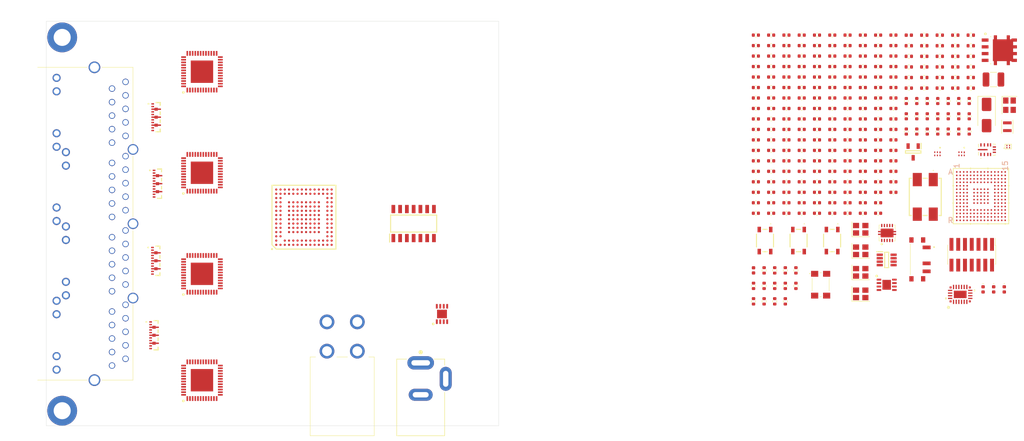
<source format=kicad_pcb>
(kicad_pcb (version 20240108) (generator "pcbnew") (generator_version "8.0")
  (layers (0 "F.Cu" signal) (31 "B.Cu" signal) (34 "B.Paste" user) (35 "F.Paste" user) (36 "B.SilkS" user "B.Silkscreen") (37 "F.SilkS" user "F.Silkscreen") (38 "B.Mask" user) (39 "F.Mask" user) (44 "Edge.Cuts" user))
  (net 0 "")
  (net 1 "/PHY_1_CLK")
  (net 2 "GND")
  (net 3 "/PHY 1/XI")
  (net 4 "/PHY 1/XO")
  (net 5 "+1V8")
  (net 6 "+1V0")
  (net 7 "/PHY_2_CLK")
  (net 8 "/PHY 2/XI")
  (net 9 "/PHY 2/XO")
  (net 10 "/PHY 3/XI")
  (net 11 "/PHY_3_CLK")
  (net 12 "/PHY 3/XO")
  (net 13 "/PHY_4_CLK")
  (net 14 "/Switch/CLK_IN_DIV")
  (net 16 "/PHY 4/XI")
  (net 17 "/PHY 4/XO")
  (net 18 "Earth")
  (net 19 "/ETHERNET_2.TD2_P")
  (net 20 "/ETHERNET_2.TD3_P")
  (net 21 "/ETHERNET_3.TD2_P")
  (net 24 "/ETHERNET_2.TD2_N")
  (net 26 "/ETHERNET_4.TD0_N")
  (net 27 "/ETHERNET_4.TD3_P")
  (net 28 "/ETHERNET_1.TD1_P")
  (net 29 "/ETHERNET_2.TD3_N")
  (net 30 "/ETHERNET_1.TD3_P")
  (net 31 "/ETHERNET_2.TD0_P")
  (net 32 "/ETHERNET_4.TD1_P")
  (net 33 "/ETHERNET_2.TD1_P")
  (net 34 "/ETHERNET_1.TD1_N")
  (net 35 "/ETHERNET_1.TD2_N")
  (net 36 "/ETHERNET_1.TD2_P")
  (net 37 "/ETHERNET_3.TD0_P")
  (net 38 "/ETHERNET_3.TD0_N")
  (net 39 "/ETHERNET_1.TD3_N")
  (net 41 "/ETHERNET_1.TD0_N")
  (net 42 "/ETHERNET_4.TD2_N")
  (net 43 "/ETHERNET_3.TD2_N")
  (net 44 "/ETHERNET_3.TD1_N")
  (net 45 "/ETHERNET_3.TD3_P")
  (net 46 "/ETHERNET_2.TD1_N")
  (net 47 "/ETHERNET_4.TD2_P")
  (net 48 "/ETHERNET_4.TD3_N")
  (net 50 "/ETHERNET_2.TD0_N")
  (net 51 "/ETHERNET_3.TD1_P")
  (net 52 "/ETHERNET_4.TD0_P")
  (net 53 "/ETHERNET_4.TD1_N")
  (net 54 "/ETHERNET_1.TD0_P")
  (net 55 "/ETHERNET_3.TD3_N")
  (net 56 "/Switch/OSC_IN")
  (net 57 "/PHY 1/RBIAS")
  (net 58 "/PHY 2/RBIAS")
  (net 60 "/PHY 3/RBIAS")
  (net 61 "/PHY 4/RBIAS")
  (net 62 "+1V2")
  (net 65 "/RGMII_1.TX_CLK")
  (net 66 "/RGMII_1.RX_CTRL")
  (net 67 "/RGMII_1.TX_CTRL")
  (net 68 "/RGMII_3.TX_CTRL")
  (net 69 "/RJ45s/LED_Y_1_A")
  (net 70 "/RGMII_2.TX_D0")
  (net 71 "/RJ45s/LED_G_1_A")
  (net 72 "/RGMII_0.TX_D1")
  (net 73 "/RGMII_2.RX_D2")
  (net 74 "/RMII.TX_D1")
  (net 75 "/RGMII_1.TX_D3")
  (net 76 "/RGMII_0.RX_D1")
  (net 77 "/RGMII_3.RX_D3")
  (net 78 "/RMII.CRS_DV")
  (net 79 "/RGMII_2.RX_D1")
  (net 80 "/RGMII_1.RX_D3")
  (net 81 "/RGMII_1.RX_D1")
  (net 82 "/PTP_CLK")
  (net 85 "/RGMII_0.TX_D2")
  (net 86 "/RGMII_0.RX_CTRL")
  (net 88 "/RGMII_0.RX_D0")
  (net 89 "/RGMII_0.TX_D0")
  (net 91 "/RGMII_0.RX_D2")
  (net 92 "/RGMII_2.TX_D3")
  (net 93 "/RGMII_2.RX_CLK")
  (net 94 "/RMII.TX_EN")
  (net 95 "/RGMII_3.TX_D1")
  (net 96 "/RGMII_1.TX_D2")
  (net 97 "/RMII.TX_D0")
  (net 98 "/RJ45s/LED_G_3_A")
  (net 99 "/RGMII_0.RX_CLK")
  (net 100 "/RMII.RX_D0")
  (net 101 "/RJ45s/LED_Y_4_A")
  (net 102 "/RMII.RX_D1")
  (net 103 "/RGMII_2.TX_D2")
  (net 104 "/RJ45s/LED_G_2_A")
  (net 105 "/RGMII_3.TX_CLK")
  (net 106 "/RGMII_1.RX_CLK")
  (net 107 "/RGMII_1.TX_D1")
  (net 108 "/RGMII_2.RX_CTRL")
  (net 109 "/RGMII_0.TX_CTRL")
  (net 110 "/RGMII_1.RX_D2")
  (net 111 "/RGMII_0.RX_D3")
  (net 112 "/RMII.REF_CLK")
  (net 129 "/RJ45s/LED_Y_2_A")
  (net 130 "/RGMII_3.RX_D0")
  (net 131 "/RJ45s/LED_Y_3_A")
  (net 132 "/RJ45s/LED_G_4_A")
  (net 133 "/SWITCH_CLK")
  (net 134 "/RGMII_3.TX_D2")
  (net 135 "/RGMII_2.TX_D1")
  (net 136 "/RGMII_3.RX_D2")
  (net 137 "/RGMII_3.RX_CTRL")
  (net 138 "/RGMII_2.TX_CTRL")
  (net 139 "/RGMII_2.RX_D0")
  (net 140 "/LED_G_1")
  (net 141 "/LED_Y_1")
  (net 142 "/RGMII_3.TX_D3")
  (net 143 "/RGMII_0.TX_CLK")
  (net 144 "/RGMII_0.TX_D3")
  (net 145 "/LED_G_2")
  (net 146 "/RGMII_3.RX_D1")
  (net 147 "/LED_Y_2")
  (net 148 "/RGMII_1.RX_D0")
  (net 149 "/LED_G_3")
  (net 150 "/RGMII_1.TX_D0")
  (net 151 "/RGMII_3.TX_D0")
  (net 152 "/LED_Y_3")
  (net 153 "/LED_G_4")
  (net 154 "/RGMII_3.RX_CLK")
  (net 155 "/LED_Y_4")
  (net 156 "/SPI3.CS")
  (net 157 "/RGMII_2.TX_CLK")
  (net 158 "/RGMII_2.RX_D3")
  (net 159 "/ETHERNET_RST")
  (net 160 "/MCU/VLXSMPS")
  (net 161 "/SMI.MDIO")
  (net 162 "/SMI.MDC")
  (net 163 "/PHY 4/CLK_OUT")
  (net 164 "/SPI3.MOSI")
  (net 165 "/SPI3.SCK")
  (net 166 "/SPI3.MISO")
  (net 167 "/MCU_RST")
  (net 168 "/MCU/VCAP")
  (net 169 "/MCU/BTN")
  (net 170 "/MCU/OSC_IN")
  (net 171 "/MCU/OSC_OUT")
  (net 172 "/MCU/VREF+")
  (net 173 "/Connectors/RES")
  (net 174 "/Connectors/VIN_PROTECTED")
  (net 175 "/Connectors/VIN_FILTERED")
  (net 176 "/MCU/LEDR_K")
  (net 177 "/MCU/LEDR")
  (net 178 "/MCU/LEDG")
  (net 179 "/MCU/LEDG_K")
  (net 180 "/MCU/LEDB")
  (net 181 "/Connectors/VIN_ALT")
  (net 182 "/MCU/LEDB_K")
  (net 183 "/CAN/CANL")
  (net 184 "/CAN/CANH")
  (net 185 "/Connectors/GND_RAW")
  (net 186 "/FTCAN.CANL")
  (net 187 "/FTCAN.CANH")
  (net 191 "/SWD.SWCLK")
  (net 194 "+2V5")
  (net 195 "/UART.RX")
  (net 196 "/SWD.SWO")
  (net 197 "/SWD.SWDIO")
  (net 198 "/UART.TX")
  (net 199 "/CAN/FTCAN.CANH")
  (net 200 "/CAN/FTCAN.CANL")
  (net 201 "/Connectors/SW")
  (net 202 "/Connectors/GATE")
  (net 203 "/MCU/VIN_ADC")
  (net 204 "+VIN")
  (net 205 "/MCU/SW_COM")
  (net 206 "/MCU/BOOT")
  (net 207 "/CAN/RTH")
  (net 208 "/CAN/RTL")
  (net 209 "/5V0_EN")
  (net 210 "/CAN.RXD")
  (net 211 "/CAN/CAN_ERR")
  (net 212 "/Connectors/EN")
  (net 244 "/Connectors/VIN_RAW")
  (net 245 "/PHY_INT")
  (net 246 "/CAN.TXD")
  (net 247 "Net-(U402-VIN-Pad10)")
  (net 248 "Net-(U403-SW2)")
  (net 249 "Net-(U403-SW1)")
  (net 250 "Net-(U403-SW4)")
  (net 251 "Net-(U403-EN2)")
  (net 252 "Net-(U403-FB4)")
  (net 253 "Net-(U403-FB3)")
  (net 254 "Net-(U403-FB2)")
  (net 255 "Net-(U403-SW3)")
  (net 258 "+5V")
  (net 262 "/MCU/I2C4_SCL")
  (net 263 "/MCU/I2C4_SDA")
  (footprint "Capacitor_SMD:C_0402_1005Metric" (layer "F.Cu") (at 233.49 75.7 -90)
    (property "Reference" "C317" (hide yes))
    (property "Value" "100n")
  )
  (footprint "Capacitor_SMD:C_0402_1005Metric" (layer "F.Cu") (at 214.75 77.27)
    (property "Reference" "C608" (hide yes))
    (property "Value" "100n")
  )
  (footprint "Capacitor_SMD:C_0402_1005Metric" (layer "F.Cu") (at 226.23 85.15)
    (property "Reference" "C818" (hide yes))
    (property "Value" "10n")
  )
  (footprint "Capacitor_SMD:C_0402_1005Metric" (layer "F.Cu") (at 223.36 81.21)
    (property "Reference" "C731" (hide yes))
    (property "Value" "10u")
  )
  (footprint "Capacitor_SMD:C_0402_1005Metric" (layer "F.Cu") (at 203.27 75.3)
    (property "Reference" "C211" (hide yes))
    (property "Value" "100n")
  )
  (footprint "switch_footprints:SON65P300X300X100-9N-D" (layer "F.Cu") (at 227.835 104.515)
    (property "Reference" "U1105" (hide yes))
    (property "Value" "TVS2701DRBR" (hide yes))
  )
  (footprint "Capacitor_SMD:C_0402_1005Metric" (layer "F.Cu") (at 223.36 83.18)
    (property "Reference" "C732" (hide yes))
    (property "Value" "100n")
  )
  (footprint "Capacitor_SMD:C_0402_1005Metric" (layer "F.Cu") (at 206.14 83.18)
    (property "Reference" "C237" (hide yes))
    (property "Value" "100n")
  )
  (footprint "Resistor_SMD:R_0402_1005Metric" (layer "F.Cu") (at 240.72 59.57)
    (property "Reference" "R804" (hide yes))
    (property "Value" "2k2")
  )
  (footprint "Capacitor_SMD:C_0402_1005Metric" (layer "F.Cu") (at 211.88 59.54)
    (property "Reference" "C514" (hide yes))
    (property "Value" "10n")
  )
  (footprint "Capacitor_SMD:C_0402_1005Metric" (layer "F.Cu") (at 229.1 75.3)
    (property "Reference" "C831" (hide yes))
    (property "Value" "10u")
  )
  (footprint "Capacitor_SMD:C_0402_1005Metric" (layer "F.Cu") (at 209.01 69.39)
    (property "Reference" "C501" (hide yes))
    (property "Value" "100n")
  )
  (footprint "Capacitor_SMD:C_0402_1005Metric" (layer "F.Cu") (at 206.14 73.33)
    (property "Reference" "C232" (hide yes))
    (property "Value" "100n")
  )
  (footprint "Resistor_SMD:R_0402_1005Metric" (layer "F.Cu") (at 237.81 57.58)
    (property "Reference" "R701" (hide yes))
    (property "Value" "11k")
  )
  (footprint "Capacitor_SMD:C_0402_1005Metric" (layer "F.Cu") (at 206.14 91.06)
    (property "Reference" "C241" (hide yes))
    (property "Value" "100n")
  )
  (footprint "Capacitor_SMD:C_0402_1005Metric" (layer "F.Cu") (at 217.62 69.39)
    (property "Reference" "C622" (hide yes))
    (property "Value" "1u")
  )
  (footprint "switch_footprints:TS204225WT160SMTTRMSL" (layer "F.Cu") (at 204.985 96.195 -90)
    (property "Reference" "S301" (hide yes))
    (property "Value" "TS20-42-25-WT-160-SMT-TR" (hide yes))
  )
  (footprint "Resistor_SMD:R_0402_1005Metric" (layer "F.Cu") (at 231.99 63.55)
    (property "Reference" "R301" (hide yes))
    (property "Value" "1k5")
  )
  (footprint "Capacitor_SMD:C_0402_1005Metric" (layer "F.Cu") (at 220.49 69.39)
    (property "Reference" "C707" (hide yes))
    (property "Value" "100n")
  )
  (footprint "Capacitor_SMD:C_0402_1005Metric" (layer "F.Cu") (at 220.49 61.51)
    (property "Reference" "C703" (hide yes))
    (property "Value" "27p")
  )
  (footprint "Capacitor_SMD:C_0402_1005Metric" (layer "F.Cu") (at 220.49 73.33)
    (property "Reference" "C709" (hide yes))
    (property "Value" "1u")
  )
  (footprint "switch_footprints:QFN50P700X700X100-49N-D" (layer "F.Cu") (at 99.25 64.45 90)
    (property "Reference" "U801" (hide yes))
    (property "Value" "DP83867ISRGZR" (hide yes))
  )
  (footprint "Capacitor_SMD:C_0402_1005Metric" (layer "F.Cu") (at 226.23 73.33)
    (property "Reference" "C812" (hide yes))
    (property "Value" "1u")
  )
  (footprint "Capacitor_SMD:C_0402_1005Metric" (layer "F.Cu") (at 206.14 59.54)
    (property "Reference" "C221" (hide yes))
    (property "Value" "1u")
  )
  (footprint "Capacitor_SMD:C_0402_1005Metric" (layer "F.Cu") (at 206.14 79.24)
    (property "Reference" "C235" (hide yes))
    (property "Value" "100n")
  )
  (footprint "Capacitor_SMD:C_0402_1005Metric" (layer "F.Cu") (at 220.49 75.3)
    (property "Reference" "C710" (hide yes))
    (property "Value" "1u")
  )
  (footprint "switch_footprints:TMJG46945AENL" (layer "F.Cu") (at 82.489 93.033 -90)
    (property "Reference" "J901" (hide yes))
    (property "Value" "TMJG46945AENL" (hide yes))
  )
  (footprint "Capacitor_SMD:C_0402_1005Metric" (layer "F.Cu") (at 203.27 79.24)
    (property "Reference" "C213" (hide yes))
    (property "Value" "100n")
  )
  (footprint "Capacitor_SMD:C_0402_1005Metric" (layer "F.Cu") (at 231.52 72.83 -90)
    (property "Reference" "C308" (hide yes))
    (property "Value" "10n")
  )
  (footprint "Capacitor_SMD:C_0402_1005Metric" (layer "F.Cu") (at 203.27 89.09)
    (property "Reference" "C218" (hide yes))
    (property "Value" "1u")
  )
  (footprint "Resistor_SMD:R_0402_1005Metric" (layer "F.Cu") (at 234.9 65.54)
    (property "Reference" "R603" (hide yes))
    (property "Value" "2k2")
  )
  (footprint "Capacitor_SMD:C_0402_1005Metric" (layer "F.Cu") (at 214.75 83.18)
    (property "Reference" "C611" (hide yes))
    (property "Value" "1u")
  )
  (footprint "Capacitor_SMD:C_0402_1005Metric" (layer "F.Cu") (at 231.52 69.96 -90)
    (property "Reference" "C301" (hide yes))
    (property "Value" "220p")
  )
  (footprint "Capacitor_SMD:C_0402_1005Metric" (layer "F.Cu") (at 229.1 67.42)
    (property "Reference" "C827" (hide yes))
    (property "Value" "100n")
  )
  (footprint "Resistor_SMD:R_0402_1005Metric" (layer "F.Cu") (at 237.81 65.54)
    (property "Reference" "R801" (hide yes))
    (property "Value" "11k")
  )
  (footprint "Capacitor_SMD:C_0402_1005Metric" (layer "F.Cu") (at 217.62 65.45)
    (property "Reference" "C620" (hide yes))
    (property "Value" "100n")
  )
  (footprint "Resistor_SMD:R_0402_1005Metric" (layer "F.Cu") (at 234.9 61.56)
    (property "Reference" "R601" (hide yes))
    (property "Value" "11k")
  )
  (footprint "Capacitor_SMD:C_0402_1005Metric" (layer "F.Cu") (at 211.88 61.51)
    (property "Reference" "C515" (hide yes))
    (property "Value" "10u")
  )
  (footprint "switch_footprints:TPD4S012DRYR" (layer "F.Cu") (at 241.91 79.885 -90)
    (property "Reference" "U1104" (hide yes))
    (property "Value" "TPD4S012DRYR" (hide yes))
  )
  (footprint "Capacitor_SMD:C_0402_1005Metric" (layer "F.Cu") (at 217.62 63.48)
    (property "Reference" "C619" (hide yes))
    (property "Value" "100n")
  )
  (footprint "Capacitor_SMD:C_0402_1005Metric" (layer "F.Cu") (at 206.14 77.27)
    (property "Reference" "C234" (hide yes))
    (property "Value" "100n")
  )
  (footprint "Capacitor_SMD:C_0402_1005Metric" (layer "F.Cu") (at 220.49 83.18)
    (property "Reference" "C714" (hide yes))
    (property "Value" "10n")
  )
  (footprint "switch_footprints:PCM12SMTR" (layer "F.Cu") (at 233.585 99.735 -90)
    (property "Reference" "S305" (hide yes))
    (property "Value" "PCM12SMTR" (hide yes))
  )
  (footprint "Capacitor_SMD:C_0402_1005Metric" (layer "F.Cu") (at 241.37 72.83 -90)
    (property "Reference" "C313" (hide yes))
    (property "Value" "4u7")
  )
  (footprint "Capacitor_SMD:C_0402_1005Metric" (layer "F.Cu") (at 209.01 73.33)
    (property "Reference" "C503" (hide yes))
    (property "Value" "27p")
  )
  (footprint "Resistor_SMD:R_0402_1005Metric" (layer "F.Cu") (at 243.63 61.56)
    (property "Reference" "R907" (hide yes))
    (property "Value" "470R")
  )
  (footprint "LED_SMD:LED_0402_1005Metric" (layer "F.Cu") (at 247.93 105.375 -90)
    (property "Reference" "D302" (hide yes))
    (property "Value" "Green")
  )
  (footprint "Resistor_SMD:R_0402_1005Metric" (layer "F.Cu") (at 240.72 67.53)
    (property "Reference" "R904" (hide yes))
    (property "Value" "470R")
  )
  (footprint "Capacitor_SMD:C_0402_1005Metric" (layer "F.Cu") (at 209.01 57.57)
    (property "Reference" "C316" (hide yes))
    (property "Value" "100n")
  )
  (footprint "Capacitor_SMD:C_0402_1005Metric" (layer "F.Cu") (at 211.88 65.45)
    (property "Reference" "C517" (hide yes))
    (property "Value" "10u")
  )
  (footprint "Capacitor_SMD:C_0402_1005Metric" (layer "F.Cu") (at 223.36 63.48)
    (property "Reference" "C722" (hide yes))
    (property "Value" "1u")
  )
  (footprint "Resistor_SMD:R_0402_1005Metric" (layer "F.Cu") (at 243.63 63.55)
    (property "Reference" "R908" (hide yes))
    (property "Value" "470R")
  )
  (footprint "Capacitor_SMD:C_0402_1005Metric" (layer "F.Cu") (at 203.27 81.21)
    (property "Reference" "C214" (hide yes))
    (property "Value" "1u")
  )
  (footprint "Capacitor_SMD:C_0402_1005Metric" (layer "F.Cu") (at 217.62 71.36)
    (property "Reference" "C623" (hide yes))
    (property "Value" "10u")
  )
  (footprint "Resistor_SMD:R_0402_1005Metric" (layer "F.Cu") (at 210.79 104.71 -90)
    (property "Reference" "R1001" (hide yes))
    (property "Value" "100k")
  )
  (footprint "Capacitor_SMD:C_0402_1005Metric" (layer "F.Cu") (at 206.14 87.12)
    (property "Reference" "C239" (hide yes))
    (property "Value" "1u")
  )
  (footprint "Resistor_SMD:R_0402_1005Metric" (layer "F.Cu") (at 234.9 59.57)
    (property "Reference" "R504" (hide yes))
    (property "Value" "2k2")
  )
  (footprint "Capacitor_SMD:C_0402_1005Metric" (layer "F.Cu") (at 209.01 61.51)
    (property "Reference" "C320" (hide yes))
    (property "Value" "100n")
  )
  (footprint "LED_SMD:LED_0402_1005Metric" (layer "F.Cu") (at 245.94 105.375 -90)
    (property "Reference" "D301" (hide yes))
    (property "Value" "Red")
  )
  (footprint "switch_footprints:DIONM105X51N" (layer "F.Cu") (at 231.99 57.58)
    (property "Reference" "D1103" (hide yes))
    (property "Value" "AXGD10402KR" (hide yes))
  )
  (footprint "Capacitor_SMD:C_0402_1005Metric" (layer "F.Cu") (at 203.27 69.39)
    (property "Reference" "C208" (hide yes))
    (property "Value" "100n")
  )
  (footprint "Resistor_SMD:R_0402_1005Metric" (layer "F.Cu") (at 231.99 59.57)
    (property "Reference" "R201" (hide yes))
    (property "Value" "1k")
  )
  (footprint "switch_footprints:BGA4C50P2X2_70X98X33" (layer "F.Cu") (at 250.66 78.523 90)
    (property "Reference" "U301" (hide yes))
    (property "Value" "M24256X-FCU6T_VF" (hide yes))
  )
  (footprint "Capacitor_SMD:C_0402_1005Metric" (layer "F.Cu") (at 223.36 91.06)
    (property "Reference" "C803" (hide yes))
    (property "Value" "27p")
  )
  (footprint "switch_footprints:TPS74901DRCR" (layer "F.Cu") (at 227.91 94.77 90)
    (property "Reference" "U401" (hide yes))
    (property "Value" "TPS16416DRCR" (hide yes))
  )
  (footprint "Capacitor_SMD:C_0402_1005Metric" (layer "F.Cu") (at 209.01 85.15)
    (property "Reference" "C509" (hide yes))
    (property "Value" "1u")
  )
  (footprint "Capacitor_SMD:C_0402_1005Metric" (layer "F.Cu") (at 220.49 87.12)
    (property "Reference" "C716" (hide yes))
    (property "Value" "10n")
  )
  (footprint "Capacitor_SMD:C_0402_1005Metric" (layer "F.Cu") (at 206.14 69.39)
    (property "Reference" "C230" (hide yes))
    (property "Value" "10u")
  )
  (footprint "Capacitor_SMD:C_0402_1005Metric" (layer "F.Cu") (at 226.23 63.48)
    (property "Reference" "C807" (hide yes))
    (property "Value" "100n")
  )
  (footprint "switch_footprints:QFN50P700X700X100-49N-D" (layer "F.Cu") (at 99.25 83.45 90)
    (property "Reference" "U601" (hide yes))
    (property "Value" "DP83867ISRGZR" (hide yes))
  )
  (footprint "Capacitor_SMD:C_0402_1005Metric" (layer "F.Cu") (at 235.46 72.83 -90)
    (property "Reference" "C310" (hide yes))
    (property "Value" "100n")
  )
  (footprint "Capacitor_SMD:C_0402_1005Metric" (layer "F.Cu") (at 203.27 61.51)
    (property "Reference" "C204" (hide yes))
    (property "Value" "100n")
  )
  (footprint "Capacitor_SMD:C_0402_1005Metric" (layer "F.Cu") (at 206.14 85.15)
    (property "Reference" "C238" (hide yes))
    (property "Value" "1u")
  )
  (footprint "Capacitor_SMD:C_0402_1005Metric" (layer "F.Cu") (at 214.75 79.24)
    (property "Reference" "C609" (hide yes))
    (property "Value" "1u")
  )
  (footprint "Resistor_SMD:R_0402_1005Metric" (layer "F.Cu") (at 237.81 61.56)
    (property "Reference" "R703" (hide yes))
    (property "Value" "2k2")
  )
  (footprint "Resistor_SMD:R_0402_1005Metric" (layer "F.Cu") (at 240.72 65.54)
    (property "Reference" "R903" (hide yes))
    (property "Value" "470R")
  )
  (footprint "Capacitor_SMD:C_0402_1005Metric" (layer "F.Cu") (at 223.36 79.24)
    (property "Reference" "C730" (hide yes))
    (property "Value" "1u")
  )
  (footprint "Capacitor_SMD:C_0402_1005Metric" (layer "F.Cu") (at 241.37 75.7 -90)
    (property "Reference" "C326" (hide yes))
    (property "Value" "100n")
  )
  (footprint "Resistor_SMD:R_0402_1005Metric" (layer "F.Cu") (at 202.83 107.62 -90)
    (property "Reference" "R1002" (hide yes))
    (property "Value" "100k")
  )
  (footprint "Capacitor_SMD:C_0402_1005Metric" (layer "F.Cu") (at 217.62 59.54)
    (property "Reference" "C617" (hide yes))
    (property "Value" "10u")
  )
  (footprint "Capacitor_SMD:C_0402_1005Metric" (layer "F.Cu") (at 220.49 57.57)
    (property "Reference" "C701" (hide yes))
    (property "Value" "100n")
  )
  (footprint "Capacitor_SMD:C_0402_1005Metric" (layer "F.Cu") (at 223.36 85.15)
    (property "Reference" "C733" (hide yes))
    (property "Value" "1u")
  )
  (footprint "switch_footprints:SON65P300X300X100-9N-D" (layer "F.Cu") (at 144.325 110 90)
    (property "Reference" "U1101" (hide yes))
    (property "Value" "TVS2701DRBR" (hide yes))
  )
  (footprint "Capacitor_SMD:C_0402_1005Metric" (layer "F.Cu") (at 209.01 91.06)
    (property "Reference" "C512" (hide yes))
    (property "Value" "1u")
  )
  (footprint "Capacitor_SMD:C_0402_1005Metric" (layer "F.Cu") (at 214.75 69.39)
    (property "Reference" "C604" (hide yes))
    (property "Value" "27p")
  )
  (footprint "switch_footprints:Diodes_Incorporated-PowerDI5060-8-03_2017-0-MFG" (layer "F.Cu") (at 248.99 60.41 -90)
    (property "Reference" "Q1101" (hide yes))
    (property "Value" "DMTH6016LPSQ-13")
  )
  (footprint "switch_footprints:DIONM105X51N" (layer "F.Cu") (at 202.83 101.8 90)
    (property "Reference" "D1101" (hide yes))
    (property "Value" "AXGD10402KR" (hide yes))
  )
  (footprint "Inductor_SMD:L_Murata_DFE201610P" (layer "F.Cu") (at 250.495 74.795 -90)
    (property "Reference" "L301" (hide yes))
    (property "Value" "2u2")
  )
  (footprint "Capacitor_SMD:C_0402_1005Metric" (layer "F.Cu") (at 229.1 57.57)
    (property "Reference" "C822" (hide yes))
    (property "Value" "1u")
  )
  (footprint "Capacitor_SMD:C_0402_1005Metric" (layer "F.Cu") (at 220.49 79.24)
    (property "Reference" "C712" (hide yes))
    (property "Value" "1u")
  )
  (footprint "MountingHole:MountingHole_3.2mm_M3_DIN965" (layer "F.Cu") (at 152 128.1875)
    (property "Reference" "H104" (hide yes))
    (property "Value" "MountingHole")
  )
  (footprint "Capacitor_SMD:C_0402_1005Metric" (layer "F.Cu") (at 220.49 89.09)
    (property "Reference" "C717" (hide yes))
    (property "Value" "10u")
  )
  (footprint "Capacitor_SMD:C_0402_1005Metric" (layer "F.Cu") (at 209.01 71.36)
    (property "Reference" "C502" (hide yes))
    (property "Value" "100n")
  )
  (footprint "Resistor_SMD:R_0402_1005Metric" (layer "F.Cu") (at 243.63 67.53)
    (property "Reference" "R1101" (hide yes))
    (property "Value" "100k")
  )
  (footprint "Capacitor_SMD:C_0402_1005Metric" (layer "F.Cu") (at 220.49 59.54)
    (property "Reference" "C702" (hide yes))
    (property "Value" "100n")
  )
  (footprint "Resistor_SMD:R_0402_1005Metric" (layer "F.Cu") (at 206.81 107.62 -90)
    (property "Reference" "R1004" (hide yes))
    (property "Value" "10k")
  )
  (footprint "Capacitor_SMD:C_0402_1005Metric" (layer "F.Cu") (at 217.62 81.21)
    (property "Reference" "C628" (hide yes))
    (property "Value" "1u")
  )
  (footprint "Resistor_SMD:R_0402_1005Metric" (layer "F.Cu") (at 240.72 57.58)
    (property "Reference" "R803" (hide yes))
    (property "Value" "2k2")
  )
  (footprint "Capacitor_SMD:C_0402_1005Metric" (layer "F.Cu") (at 226.23 83.18)
    (property "Reference" "C817" (hide yes))
    (property "Value" "10u")
  )
  (footprint "Capacitor_SMD:C_0402_1005Metric" (layer "F.Cu") (at 211.88 69.39)
    (property "Reference" "C519" (hide yes))
    (property "Value" "100n")
  )
  (footprint "Capacitor_SMD:C_0402_1005Metric" (layer "F.Cu") (at 209.01 81.21)
    (property "Reference" "C507" (hide yes))
    (property "Value" "100n")
  )
  (footprint "switch_footprints:CUI_PJ-002AH" (layer "F.Cu") (at 140.325 119.1875 -90)
    (property "Reference" "J1102" (hide yes))
    (property "Value" "PJ-002AH")
  )
  (footprint "Capacitor_SMD:C_0402_1005Metric" (layer "F.Cu") (at 220.49 77.27)
    (property "Reference" "C711" (hide yes))
    (property "Value" "1u")
  )
  (footprint "Resistor_SMD:R_0402_1005Metric" (layer "F.Cu") (at 231.99 67.53)
    (property "Reference" "R502" (hide yes))
    (property "Value" "27k")
  )
  (footprint "Capacitor_SMD:C_0402_1005Metric" (layer "F.Cu") (at 237.43 75.7 -90)
    (property "Reference" "C321" (hide yes))
    (property "Value" "1u")
  )
  (footprint "Capacitor_SMD:C_0402_1005Metric" (layer "F.Cu") (at 220.49 67.42)
    (property "Reference" "C706" (hide yes))
    (property "Value" "100n")
  )
  (footprint "Capacitor_SMD:C_0402_1005Metric" (layer "F.Cu") (at 203.27 59.54)
    (property "Reference" "C202" (hide yes))
    (property "Value" "100n")
  )
  (footprint "Resistor_SMD:R_0402_1005Metric" (layer "F.Cu") (at 234.9 67.53)
    (property "Reference" "R604" (hide yes))
    (property "Value" "2k2")
  )
  (footprint "switch_footprints:TS204225WT160SMTTRMSL" (layer "F.Cu") (at 217.585 96.195 -90)
    (property "Reference" "S303" (hide yes))
    (property "Value" "TS20-42-25-WT-160-SMT-TR" (hide yes))
  )
  (footprint "switch_footprints:ESD8708MUTAG" (layer "F.Cu") (at 90.905 85.5 -90)
    (property "Reference" "D902" (hide yes))
    (property "Value" "ESD8708MUTAG" (hide yes))
  )
  (footprint "Capacitor_SMD:C_0402_1005Metric" (layer "F.Cu") (at 203.27 63.48)
    (property "Reference" "C205" (hide yes))
    (property "Value" "100n")
  )
  (footprint "Capacitor_SMD:C_0402_1005Metric" (layer "F.Cu") (at 203.27 85.15)
    (property "Reference" "C216" (hide yes))
    (property "Value" "100n")
  )
  (footprint "Capacitor_SMD:C_0402_1005Metric" (layer "F.Cu") (at 223.36 67.42)
    (property "Reference" "C724" (hide yes))
    (property "Value" "10n")
  )
  (footprint "Capacitor_SMD:C_0402_1005Metric" (layer "F.Cu") (at 209.01 59.54)
    (property "Reference" "C319" (hide yes))
    (property "Value" "100n")
  )
  (footprint "switch_footprints:SRF7035A301Y" (layer "F.Cu") (at 235.085 87.985 -90)
    (property "Reference" "FL1101" (hide yes))
    (property "Value" "SRF7035A-301Y" (hide yes))
  )
  (footprint "Capacitor_SMD:C_0402_1005Metric" (layer "F.Cu") (at 229.1 87.12)
    (property "Reference" "C1103" (hide yes))
    (property "Value" "10n")
  )
  (footprint "Capacitor_SMD:C_0402_1005Metric" (layer "F.Cu") (at 203.27 87.12)
    (property "Reference" "C217" (hide yes))
    (property "Value" "1u")
  )
  (footprint "Capacitor_SMD:C_0402_1005Metric" (layer "F.Cu") (at 214.75 59.54)
    (property "Reference" "C532" (hide yes))
    (property "Value" "100n")
  )
  (footprint "LED_SMD:LED_0402_1005Metric" (layer "F.Cu") (at 249.92 105.375 -90)
    (property "Reference" "D303" (hide yes))
    (property "Value" "Blue")
  )
  (footprint "Crystal:Crystal_SMD_2520-4Pin_2.5x2.0mm" (layer "F.Cu") (at 222.96 94.07)
    (property "Reference" "Y501" (hide yes))
    (property "Value" "ECS-250-18-36B2-CTY-TR")
  )
  (footprint "Capacitor_SMD:C_0402_1005Metric" (layer "F.Cu") (at 203.27 67.42)
    (property "Reference" "C207" (hide yes))
    (property "Value" "100n")
  )
  (footprint "Capacitor_SMD:C_0402_1005Metric" (layer "F.Cu") (at 233.49 69.96 -90)
    (property "Reference" "C302" (hide yes))
    (property "Value" "100n")
  )
  (footprint "Capacitor_SMD:C_0402_1005Metric" (layer "F.Cu") (at 211.88 85.15)
    (property "Reference" "C527" (hide yes))
    (property "Value" "100n")
  )
  (footprint "Resistor_SMD:R_0402_1005Metric" (layer "F.Cu") (at 237.81 63.55)
    (property "Reference" "R704" (hide yes))
    (property "Value" "2k2")
  )
  (footprint "Resistor_SMD:R_0402_1005Metric" (layer "F.Cu") (at 204.82 101.8 -90)
    (property "Reference" "R302" (hide yes))
    (property "Value" "10k")
  )
  (footprint "switch_footprints:STDC14" (layer "F.Cu") (at 243.81 98.86 -90)
    (property "Reference" "J1104" (hide yes))
    (property "Value" "STDC")
  )
  (footprint "Capacitor_SMD:C_0402_1005Metric" (layer "F.Cu") (at 209.01 77.27)
    (property "Reference" "C505" (hide yes))
    (property "Value" "27p")
  )
  (footprint "Capacitor_SMD:C_0402_1005Metric" (layer "F.Cu") (at 214.75 61.51)
    (property "Reference" "C533" (hide yes))
    (property "Value" "1u")
  )
  (footprint "Capacitor_SMD:C_0402_1005Metric" (layer "F.Cu") (at 217.62 61.51)
    (property "Reference" "C618" (hide yes))
    (property "Value" "10n")
  )
  (footprint "Capacitor_SMD:C_0402_1005Metric" (layer "F.Cu") (at 217.62 83.18)
    (property "Reference" "C629" (hide yes))
    (property "Value" "1u")
  )
  (footprint "switch_footprints:LT8692SIV_PBF" (layer "F.Cu") (at 241.6417 106.3186 90)
    (property "Reference" "U403" (hide yes))
    (property "Value" "LT8692SIV-PBF")
  )
  (footprint "Capacitor_SMD:C_0402_1005Metric" (layer "F.Cu") (at 214.75 57.57)
    (property "Reference" "C531" (hide yes))
    (property "Value" "10u")
  )
  (footprint "Resistor_SMD:R_0402_1005Metric" (layer "F.Cu") (at 243.63 65.54)
    (property "Reference" "R909" (hide yes))
    (property "Value" "470R")
  )
  (footprint "Resistor_SMD:R_0402_1005Metric" (layer "F.Cu") (at 237.81 67.53)
    (property "Reference" "R802" (hide yes))
    (property "Value" "27k")
  )
  (footprint "Capacitor_SMD:C_0402_1005Metric" (layer "F.Cu") (at 235.46 75.7 -90)
    (property "Reference" "C318" (hide yes))
    (property "Value" "100n")
  )
  (footprint "Capacitor_SMD:C_0402_1005Metric" (layer "F.Cu") (at 214.75 75.3)
    (property "Reference" "C607" (hide yes))
    (property "Value" "100n")
  )
  (footprint "Capacitor_SMD:C_0402_1005Metric" (layer "F.Cu") (at 223.36 73.33)
    (property "Reference" "C727" (hide yes))
    (property "Value" "100n")
  )
  (footprint "Capacitor_SMD:C_0402_1005Metric" (layer "F.Cu") (at 235.46 69.96 -90)
    (property "Reference" "C303" (hide yes))
    (property "Value" "1u")
  )
  (footprint "Capacitor_SMD:C_0402_1005Metric" (layer "F.Cu") (at 203.27 77.27)
    (property "Reference" "C212" (hide yes))
    (property "Value" "100n")
  )
  (footprint "Capacitor_SMD:C_0402_1005Metric" (layer "F.Cu") (at 223.36 59.54)
    (property "Reference" "C720" (hide yes))
    (property "Value" "100n")
  )
  (footprint "Capacitor_SMD:C_0402_1005Metric" (layer "F.Cu") (at 211.88 67.42)
    (property "Reference" "C518" (hide yes))
    (property "Value" "10n")
  )
  (footprint "Capacitor_SMD:C_0402_1005Metric" (layer "F.Cu") (at 214.75 81.21)
    (property "Reference" "C610" (hide yes))
    (property "Value" "1u")
  )
  (footprint "Capacitor_SMD:C_0402_1005Metric" (layer "F.Cu") (at 223.36 71.36)
    (property "Reference" "C726" (hide yes))
    (property "Value" "100n")
  )
  (footprint "switch_footprints:TPD4S012DRYR" (layer "F.Cu") (at 237.36 79.885 -90)
    (property "Reference" "U1103" (hide yes))
    (property "Value" "TPD4S012DRYR" (hide yes))
  )
  (footprint "Capacitor_SMD:C_0402_1005Metric" (layer "F.Cu") (at 206.14 89.09)
    (property "Reference" "C240" (hide yes))
    (property "Value" "100n")
  )
  (footprint "Capacitor_SMD:C_0402_1005Metric" (layer "F.Cu") (at 217.62 89.09)
    (property "Reference" "C632" (hide yes))
    (property "Value" "100n")
  )
  (footprint "Capacitor_SMD:C_0402_1005Metric" (layer "F.Cu") (at 214.75 73.33)
    (property "Reference" "C606" (hide yes))
    (property "Value" "100n")
  )
  (footprint "Capacitor_SMD:C_0402_1005Metric" (layer "F.Cu") (at 223.36 65.45)
    (property "Reference" "C723" (hide yes))
    (property "Value" "10u")
  )
  (footprint "Resistor_SMD:R_0402_1005Metric" (layer "F.Cu") (at 206.81 104.71 -90)
    (property "Reference" "R308" (hide yes))
    (property "Value" "2k7")
  )
  (footprint "Capacitor_SMD:C_0402_1005Metric" (layer "F.Cu") (at 214.75 87.12)
    (property "Reference" "C613" (hide yes))
    (property "Value" "1u")
  )
  (footprint "Capacitor_SMD:C_0402_1005Metric" (layer "F.Cu") (at 214.75 63.48)
    (property "Reference" "C601" (hide yes))
    (property "Value" "100n")
  )
  (footprint "Capacitor_SMD:C_0402_1005Metric" (layer "F.Cu") (at 214.75 89.09)
    (property "Reference" "C614" (hide yes))
    (property "Value" "10n")
  )
  (footprint "Capacitor_SMD:C_0402_1005Metric" (layer "F.Cu") (at 217.62 85.15)
    (property "Reference" "C630" (hide yes))
    (property "Value" "1u")
  )
  (footprint "Capacitor_SMD:C_0402_1005Metric" (layer "F.Cu") (at 229.1 83.18)
    (property "Reference" "C1101" (hide yes))
    (property "Value" "1u")
  )
  (footprint "switch_footprints:BGA159C80P14X14_1200X1200X150" (layer "F.Cu") (at 118.4 91.8 90)
    (property "Reference" "U201" (hide yes))
    (property "Value" "SJA1105QELY" (hide yes))
  )
  (footprint "Capacitor_SMD:C_0402_1005Metric" (layer "F.Cu") (at 226.23 61.51)
    (property "Reference" "C806" (hide yes))
    (property "Value" "100n")
  )
  (footprint "Capacitor_SMD:C_0402_1005Metric" (layer "F.Cu") (at 211.88 91.06)
    (property "Reference" "C530" (hide yes))
    (property "Value" "1u")
  )
  (footprint "Resistor_SMD:R_0402_1005Metric" (layer "F.Cu") (at 206.81 101.8 -90)
    (property "Reference" "R303" (hide yes))
    (property "Value" "10k")
  )
  (footprint "Crystal:Crystal_SMD_2520-4Pin_2.5x2.0mm" (layer "F.Cu") (at 222.96 102.17)
    (property "Reference" "Y701" (hide yes))
    (property "Value" "ECS-250-18-36B2-CTY-TR")
  )
  (footprint "Resistor_SMD:R_0402_1005Metric" (layer "F.Cu") (at 243.63 57.58)
    (property "Reference" "R905" (hide yes))
    (property "Value" "470R")
  )
  (footprint "Capacitor_SMD:C_0402_1005Metric" (layer "F.Cu") (at 229.1 59.54)
    (property "Reference" "C823" (hide yes))
    (property "Value" "10u")
  )
  (footprint "Capacitor_SMD:C_0402_1005Metric" (layer "F.Cu") (at 237.43 72.83 -90)
    (property "Reference" "C311" (hide yes))
    (property "Value" "10n")
  )
  (footprint "Capacitor_SMD:C_0402_1005Metric" (layer "F.Cu") (at 211.88 63.48)
    (property "Reference" "C516" (hide yes))
    (property "Value" "10n")
  )
  (footprint "Capacitor_SMD:C_0402_1005Metric" (layer "F.Cu") (at 233.49 72.83 -90)
    (property "Reference" "C309" (hide yes))
    (property "Value" "4u7")
  )
  (footprint "Capacitor_SMD:C_0402_1005Metric" (layer "F.Cu") (at 220.49 85.15)
    (property "Reference" "C715" (hide yes))
    (property "Value" "10u")
  )
  (footprint "Capacitor_SMD:C_0402_1005Metric" (layer "F.Cu") (at 206.14 75.3)
    (property "Reference" "C233" (hide yes))
    (property "Value" "100n")
  )
  (footprint "switch_footprints:TS204225WT160SMTTRMSL" (layer "F.Cu") (at 211.285 96.195 -90)
    (property "Reference" "S302" (hide yes))
    (property "Value" "TS20-42-25-WT-160-SMT-TR" (hide yes))
  )
  (footprint "Resistor_SMD:R_0402_1005Metric" (layer "F.Cu") (at 234.9 57.58)
    (property "Reference" "R503" (hide yes))
    (property "Value" "2k2")
  )
  (footprint "Capacitor_SMD:C_0402_1005Metric" (layer "F.Cu") (at 209.01 79.24)
    (property "Reference" "C506" (hide yes))
    (property "Value" "100n")
  )
  (footprint "switch_footprints:QFN50P700X700X100-49N-D" (layer "F.Cu") (at 99.25 102.45 90)
    (property "Reference" "U701" (hide yes))
    (property "Value" "DP83867ISRGZR" (hide yes))
  )
  (footprint "Capacitor_SMD:C_0402_1005Metric" (layer "F.Cu") (at 229.1 71.36)
    (property "Reference" "C829" (hide yes))
    (property "Value" "1u")
  )
  (footprint "MountingHole:MountingHole_3.2mm_M3_DIN965" (layer "F.Cu") (at 152 58)
    (property "Reference" "H103" (hide yes))
    (property "Value" "MountingHole")
  )
  (footprint "Capacitor_SMD:C_0402_1005Metric" (layer "F.Cu") (at 206.14 81.21)
    (property "Reference" "C236" (hide yes))
    (property "Value" "100n")
  )
  (footprint "Resistor_SMD:R_0402_1005Metric" (layer "F.Cu") (at 202.83 104.71 -90)
    (property "Reference" "R306" (hide yes))
    (property "Value" "2k7")
  )
  (footprint "Capacitor_SMD:C_0402_1005Metric" (layer "F.Cu") (at 229.1 73.33)
    (property "Reference" "C830" (hide yes))
    (property "Value" "1u")
  )
  (footprint "Capacitor_SMD:C_0402_1005Metric" (layer "F.Cu") (at 226.23 87.12)
    (property "Reference" "C819" (hide yes))
    (property "Value" "100n")
  )
  (footprint "Capacitor_SMD:C_0402_1005Metric" (layer "F.Cu") (at 223.36 75.3)
    (property "Reference" "C728" (hide yes))
    (property "Value" "1u")
  )
  (footprint "switch_footprints:SOT95P230X110-3N" (layer "F.Cu") (at 232.81 79.535 -90)
    (property "Reference" "D1001" (hide yes))
    (property "Value" "PESD2CANFD24V-TR" (hide yes))
  )
  (footprint "Capacitor_SMD:C_0402_1005Metric" (layer "F.Cu") (at 211.88 77.27)
    (property "Reference" "C523" (hide yes))
    (property "Value" "10u")
  )
  (footprint "Capacitor_SMD:C_0402_1005Metric" (layer "F.Cu") (at 211.88 71.36)
    (property "Reference" "C520" (hide yes))
    (property "Value" "100n")
  )
  (footprint "Capacitor_SMD:C_0402_1005Metric" (layer "F.Cu") (at 211.88 75.3)
    (property "Reference" "C522" (hide yes))
    (property "Value" "1u")
  )
  (footprint "Capacitor_SMD:C_0402_1005Metric" (layer "F.Cu") (at 211.88 79.24)
    (property "Reference" "C524" (hide yes))
    (property "Value" "10n")
  )
  (footprint "Resistor_SMD:R_0402_1005Metric" (layer "F.Cu") (at 231.99 65.54)
    (property "Reference" "R501" (hide yes))
    (property "Value" "11k")
  )
  (footprint "Capacitor_SMD:C_0402_1005Metric" (layer "F.Cu") (at 220.49 63.48)
    (property "Reference" "C704" (hide yes))
    (property "Value" "27p")
  )
  (footprint "Capacitor_SMD:C_0402_1005Metric" (layer "F.Cu") (at 226.23 71.36)
    (property "Reference" "C811" (hide yes))
    (property "Value" "1u")
  )
  (footprint "Resistor_SMD:R_0402_1005Metric" (layer "F.Cu") (at 234.9 63.55)
    (property "Reference" "R602" (hide yes))
    (property "Value" "27k")
  )
  (footprint "Inductor_SMD:L_1210_3225Metric" (layer "F.Cu") (at 247.89 65.92)
    (property "Reference" "L1101" (hide yes))
    (property "Value" "BRL3225T680K")
  )
  (footprint "switch_footprints:QFN50P700X700X100-49N-D" (layer "F.Cu") (at 99.25 122.45 90)
    (property "Reference" "U501" (hide yes))
    (property "Value" "DP83867ISRGZR" (hide yes))
  )
  (footprint "switch_footprints:SRF4532101Y" (layer "F.Cu") (at 215.185 104.495 -90)
    (property "Reference" "L1001" (hide yes))
    (property "Value" "SRF4532-110Y" (hide yes))
  )
  (footprint "Capacitor_SMD:C_0402_1005Metric" (layer "F.Cu") (at 226.23 81.21)
    (property "Reference" "C816" (hide yes))
    (property "Value" "10n")
  )
  (footprint "Diode_SMD:D_SMA" (layer "F.Cu") (at 246.6 72.595 -90)
    (property "Reference" "D1102" (hide yes))
    (property "Value" "SK14")
  )
  (footprint "Capacitor_SMD:C_0402_1005Metric" (layer "F.Cu") (at 214.75 85.15)
    (property "Reference" "C612" (hide yes))
    (property "Value" "1u")
  )
  (footprint "Capacitor_SMD:C_0402_1005Metric" (layer "F.Cu") (at 209.01 75.3)
    (property "Reference" "C504" (hide yes))
    (property "Value" "27p")
  )
  (footprint "Resistor_SMD:R_0402_1005Metric" (layer "F.Cu") (at 240.72 63.55)
    (property "Reference" "R902" (hide yes))
    (property "Value" "470R")
  )
  (footprint "Capacitor_SMD:C_0402_1005Metric" (layer "F.Cu") (at 209.01 67.42)
    (property "Reference" "C325" (hide yes))
    (property "Value" "100n")
  )
  (footprint "Capacitor_SMD:C_0402_1005Metric" (layer "F.Cu") (at 223.36 87.12)
    (property "Reference" "C801" (hide yes))
    (property "Value" "100n")
  )
  (footprint "Capacitor_SMD:C_0402_1005Metric" (layer "F.Cu") (at 220.49 65.45)
    (property "Reference" "C705" (hide yes))
    (property "Value" "27p")
  )
  (footprint "Resistor_SMD:R_0402_1005Metric" (layer "F.Cu") (at 208.8 107.62 -90)
    (property "Reference" "R1005" (hide yes))
    (property "Value" "10k")
  )
  (footprint "switch_footprints:768250004" (layer "F.Cu") (at 125.575 122.1875)
    (property "Reference" "J1101" (hide yes))
    (property "Value" "76825-0004" (hide yes))
  )
  (footprint "Capacitor_SMD:C_0402_1005Metric" (layer "F.Cu") (at 217.62 87.12)
    (property "Reference" "C631" (hide yes))
    (property "Value" "10u")
  )
  (footprint "switch_footprints:STM32H573IIK3Q" (layer "F.Cu") (at 245.5452 87.8452)
    (property "Reference" "U302" (hide yes))
    (property "Value" "STM32H573IIK3Q")
  )
  (footprint "Capacitor_SMD:C_0402_1005Metric" (layer "F.Cu") (at 203.27 73.33)
    (property "Reference" "C210" (hide yes))
    (property "Value" "100n")
  )
  (footprint "Capacitor_SMD:C_0402_1005Metric" (layer "F.Cu") (at 214.75 71.36)
    (property "Reference" "C605" (hide yes))
    (property "Value" "27p")
  )
  (footprint "Capacitor_SMD:C_0402_1005Metric" (layer "F.Cu") (at 226.23 59.54)
    (property "Reference" "C805" (hide yes))
    (property "Value" "27p")
  )
  (footprint "Capacitor_SMD:C_0402_1005Metric" (layer "F.Cu") (at 214.75 65.45)
    (property "Reference" "C602" (hide yes))
    (property "Value" "100n")
  )
  (footprint "Capacitor_SMD:C_0402_1005Metric" (layer "F.Cu") (at 206.14 57.57)
    (property "Reference" "C220" (hide yes))
    (property "Value" "100n")
  )
  (footprint "switch_footprints:ESD8708MUTAG" (layer "F.Cu") (at 90.255 114 -90)
    (property "Reference" "D904" (hide yes))
    (property "Value" "ESD8708MUTAG" (hide yes))
  )
  (footprint "Capacitor_SMD:C_0402_1005Metric" (layer "F.Cu") (at 217.62 67.42)
    (property "Reference" "C621" (hide yes))
    (property "Value" "1u")
  )
  (footprint "Capacitor_SMD:C_0402_1005Metric" (layer "F.Cu") (at 203.27 83.18)
    (property "Reference" "C215" (hide yes))
    (property "Value" "1u")
  )
  (footprint "Capacitor_SMD:C_0402_1005Metric" (layer "F.Cu") (at 211.88 81.21)
    (property "Reference" "C525" (hide yes))
    (property "Value" "100n")
  )
  (footprint "Capacitor_SMD:C_0402_1005Metric" (layer "F.Cu") (at 223.36 61.51)
    (property "Reference" "C721" (hide yes))
    (property "Value" "1u")
  )
  (footprint "Capacitor_SMD:C_0402_1005Metric" (layer "F.Cu") (at 241.37 69.96 -90)
    (property "Reference" "C306" (hide yes))
    (property "Value" "100n")
  )
  (footprint "Capacitor_SMD:C_0402_1005Metric" (layer "F.Cu") (at 223.36 77.27)
    (property "Reference" "C729" (hide yes))
    (property "Value" "1u")
  )
  (footprint "Capacitor_SMD:C_0402_1005Metric" (layer "F.Cu") (at 206.14 63.48)
    (property "Reference" "C224" (hide yes))
    (property "Value" "1u")
  )
  (footprint "Capacitor_SMD:C_0402_1005Metric" (layer "F.Cu") (at 217.62 77.27)
    (property "Reference" "C626" (hide yes))
    (property "Value" "100n")
  )
  (footprint "Capacitor_SMD:C_0402_1005Metric" (layer "F.Cu") (at 220.49 71.36)
    (property "Reference" "C708" (hide yes))
    (property "Value" "100n")
  )
  (footprint "Capacitor_SMD:C_0402_1005Metric" (layer "F.Cu") (at 229.1 69.39)
    (property "Reference" "C828" (hide yes))
    (property "Value" "1u")
  )
  (footprint "Resistor_SMD:R_0402_1005Metric" (layer "F.Cu") (at 208.8 101.8 -90)
    (property "Reference" "R304" (hide yes))
    (property "Value" "100k")
  )
  (footprint "Capacitor_SMD:C_0402_1005Metric" (layer "F.Cu") (at 226.23 89.09)
    (property "Reference" "C820" (hide yes))
    (property "Value" "100n")
  )
  (footprint "Capacitor_SMD:C_0402_1005Metric" (layer "F.Cu") (at 229.1 63.48)
    (property "Reference" "C825" (hide yes))
    (property "Value" "100n")
  )
  (footprint "Capacitor_SMD:C_0402_1005Metric" (layer "F.Cu") (at 229.1 81.21)
    (property "Reference" "C901" (hide yes))
    (property "Value" "4n7")
  )
  (footprint "Capacitor_SMD:C_0402_1005Metric" (layer "F.Cu") (at 206.14 71.36)
    (property "Reference" "C231" (hide yes))
    (property "Value" "100p")
  )
  (footprint "Capacitor_SMD:C_0402_1005Metric" (layer "F.Cu") (at 231.52 75.7 -90)
    (property "Reference" "C315" (hide yes))
    (property "Value" "6p")
  )
  (footprint "MountingHole:MountingHole_3.2mm_M3_DIN965_Pad_TopBottom" (layer "F.Cu") (at 73 58)
    (property "Reference" "H102" (hide yes))
    (property "Value" "MountingHole_Pad")
  )
  (footprint "Resistor_SMD:R_0402_1005Metric" (layer "F.Cu") (at 237.81 59.57)
    (property "Reference" "R702" (hide yes))
    (property "Value" "27k")
  )
  (footprint "Capacitor_SMD:C_0402_1005Metric" (layer "F.Cu") (at 209.01 65.45)
    (property "Reference" "C324" (hide yes))
    (property "Value" "100n")
  )
  (footprint "Capacitor_SMD:C_0402_1005Metric" (layer "F.Cu") (at 226.23 77.27)
    (property "Reference" "C814" (hide yes))
    (property "Value" "10n")
  )
  (footprint "Crystal:Crystal_SMD_2520-4Pin_2.5x2.0mm" (layer "F.Cu") (at 222.96 98.12)
    (property "Reference" "Y601" (hide yes))
    (property "Value" "ECS-250-18-36B2-CTY-TR")
  )
  (footprint "Capacitor_SMD:C_0402_1005Metric" (layer "F.Cu") (at 226.23 79.24)
    (property "Reference" "C815" (hide yes))
    (property "Value" "10u")
  )
  (footprint "Resistor_SMD:R_0402_1005Metric" (layer "F.Cu") (at 208.8 104.71 -90)
    (property "Reference" "R309" (hide yes))
    (property "Value" "1k")
  )
  (footprint "Resistor_SMD:R_0402_1005Metric" (layer "F.Cu") (at 204.82 104.71 -90)
    (property "Reference" "R307" (hide yes))
    (property "Value" "2k7")
  )
  (footprint "switch_footprints:SOIC127P600X175-14N" (layer "F.Cu") (at 139 93 90)
    (property "Reference" "U1001" (hide yes))
    (property "Value" "TJA1055T_3_2Z" (hide yes))
  )
  (footprint "Capacitor_SMD:C_0402_1005Metric" (layer "F.Cu") (at 206.14 65.45)
    (property "Reference" "C225" (hide yes))
    (property "Value" "1u")
  )
  (footprint "Capacitor_SMD:C_0402_1005Metric" (layer "F.Cu") (at 223.36 69.39)
    (property "Reference" "C725" (hide yes))
    (property "Value" "100n")
  )
  (footprint "Capacitor_SMD:C_0402_1005Metric" (layer "F.Cu") (at 211.88 83.18)
    (property "Reference" "C526" (hide yes))
    (property "Value" "100n")
  )
  (footprint "Capacitor_SMD:C_0402_1005Metric" (layer "F.Cu") (at 209.01 83.18)
    (property "Reference" "C508" (hide yes))
    (property "Value" "100n")
  )
  (footprint "Resistor_SMD:R_0402_1005Metric" (layer "F.Cu") (at 240.72 61.56)
    (property "Reference" "R901" (hide yes))
    (property "Value" "1M")
  )
  (footprint "Resistor_SMD:R_0402_1005Metric" (layer "F.Cu") (at 210.79 101.8 -90)
    (property "Reference" "R305" (hide yes))
    (property "Value" "4k7")
  )
  (footprint "Capacitor_SMD:C_0402_1005Metric" (layer "F.Cu") (at 214.75 67.42)
    (property "Reference" "C603" (hide yes))
    (property "Value" "27p")
  )
  (footprint "Capacitor_SMD:C_0402_1005Metric" (layer "F.Cu") (at 223.36 89.09)
    (property "Reference" "C802" (hide yes))
    (property "Value" "100n")
  )
  (footprint "Capacitor_SMD:C_0402_1005Metric" (layer "F.Cu") (at 217.62 57.57)
    (property "Reference" "C616" (hide yes))
    (property "Value" "10n")
  )
  (footprint "Capacitor_SMD:C_0402_1005Metric" (layer "F.Cu") (at 243.34 72.83 -90)
    (property "Reference" "C314" (hide yes))
    (property "Value" "100n")
  )
  (footprint "Capacitor_SMD:C_0402_1005Metric" (layer "F.Cu") (at 203.27 91.06)
    (property "Reference" "C219" (hide yes))
    (property "Value" "1u")
  )
  (footprint "Capacitor_SMD:C_0402_1005Metric" (layer "F.Cu") (at 203.27 65.45)
    (property "Reference" "C206" (hide yes))
    (property "Value" "100n")
  )
  (footprint "Resistor_SMD:R_0402_1005Metric" (layer "F.Cu") (at 231.99 61.56)
    (property "Reference" "R202" (hide yes))
    (property "Value" "2k2")
  )
  (footprint "switch_footprints:ESD8708MUTAG" (layer "F.Cu") (at 90.605 100 -90)
    (property "Reference" "D903" (hide yes))
    (property "Value" "ESD8708MUTAG" (hide yes))
  )
  (footprint "Capacitor_SMD:C_0402_1005Metric" (layer "F.Cu") (at 217.62 79.24)
    (property "Reference" "C627" (hide yes))
    (property "Value" "100n")
  )
  (footprint "Capacitor_SMD:C_0402_1005Metric" (layer "F.Cu") (at 229.1 79.24)
    (property "Reference" "C833" (hide yes))
    (property "Value" "1u")
  )
  (footprint "Capacitor_SMD:C_0402_1005Metric" (layer "F.Cu") (at 229.1 85.15)
    (property "Reference" "C1102" (hide yes))
    (property "Value" "4u7")
  )
  (footprint "Crystal:Crystal_SMD_2520-4Pin_2.5x2.0mm" (layer "F.Cu") (at 222.96 106.22)
    (property "Reference" "Y801" (hide yes))
    (property "Value" "ECS-250-18-36B2-CTY-TR")
  )
  (footprint "Capacitor_SMD:C_0402_1005Metric" (layer "F.Cu") (at 229.1 65.45)
    (property "Reference" "C826" (hide yes))
    (property "Value" "100n")
  )
  (footprint "Capacitor_SMD:C_0402_1005Metric" (layer "F.Cu") (at 239.4 72.83 -90)
    (property "Reference" "C312" (hide yes))
    (property "Value" "6p")
  )
  (footprint "Capacitor_SMD:C_0402_1005Metric" (layer "F.Cu") (at 243.34 75.7 -90)
    (property "Reference" "C330" (hide yes))
    (property "Value" "4u7")
  )
  (footprint "Capacitor_SMD:C_0402_1005Metric" (layer "F.Cu") (at 220.49 81.21)
    (property "Reference" "C713" (hide yes))
    (property "Value" "1u")
  )
  (footprint "Capacitor_SMD:C_0402_1005Metric" (layer "F.Cu") (at 211.88 87.12)
    (property "Reference" "C528" (hide yes))
    (property "Value" "1u")
  )
  (footprint "Capacitor_SMD:C_0402_1005Metric" (layer "F.Cu") (at 209.01 63.48)
    (property "Reference" "C323" (hide yes))
    (property "Value" "100n")
  )
  (footprint "Capacitor_SMD:C_0402_1005Metric" (layer "F.Cu") (at 226.23 67.42)
    (property "Reference" "C809" (hide yes))
    (property "Value" "1u")
  )
  (footprint "Capacitor_SMD:C_0402_1005Metric" (layer "F.Cu") (at 239.4 75.7 -90)
    (property "Reference" "C322" (hide yes))
    (property "Value" "100n")
  )
  (footprint "Capacitor_SMD:C_0402_1005Metric" (layer "F.Cu") (at 211.88 57.57)
    (property "Reference" "C513" (hide yes))
    (property "Value" "1u")
  )
  (footprint "Resistor_SMD:R_0402_1005Metric" (layer "F.Cu") (at 243.63 59.57)
    (property "Reference" "R906" (hide yes))
    (property "Value" "470R")
  )
  (footprint "switch_footprints:CONV_LMR33620BRNXT" (layer "F.Cu") (at 246.66 79.11 90)
    (property "Reference" "U402" (hide yes))
    (property "Value" "LMR34206SC5QRNXRQ1")
  )
  (footprint "Capacitor_SMD:C_0402_1005Metric" (layer "F.Cu") (at 206.14 67.42)
    (property "Reference" "C227" (hide yes))
    (property "Value" "10u")
  )
  (footprint "Capacitor_SMD:C_0402_1005Metric" (layer "F.Cu") (at 220.49 91.06)
    (property "Reference" "C718" (hide yes))
    (property "Value" "10n")
  )
  (footprint "switch_footprints:SOT65P280X100-8N" (layer "F.Cu") (at 227.835 99.84)
    (property "Reference" "U1102" (hide yes))
    (property "Value" "MPQ5850GJ-AEC1-Z" (hide yes))
  )
  (footprint "Capacitor_SMD:C_0402_1005Metric" (layer "F.Cu") (at 226.23 57.57)
    (property "Reference" "C804" (hide yes))
    (property "Value" "27p")
  )
  (footprint "Capacitor_SMD:C_0402_1005Metric" (layer "F.Cu") (at 243.34 69.96 -90)
    (property "Reference" "C307" (hide yes))
    (property "Value" "10n")
  )
  (footprint "Capacitor_SMD:C_0402_1005Metric" (layer "F.Cu") (at 217.62 73.33)
    (property "Reference" "C624" (hide yes))
    (property "Value" "10n")
  )
  (footprint "Capacitor_SMD:C_0402_1005Metric" (layer "F.Cu") (at 203.27 71.36)
    (property "Reference" "C209" (hide yes))
    (property "Value" "100n")
  )
  (footprint "Capacitor_SMD:C_0402_1005Metric" (layer "F.Cu") (at 214.75 91.06)
    (property "Reference" "C615" (hide yes))
    (property "Value" "10u")
  )
  (footprint "Capacitor_SMD:C_0402_1005Metric" (layer "F.Cu") (at 229.1 61.51)
    (property "Reference" "C824" (hide yes))
    (property "Value" "10n")
  )
  (footprint "Crystal:Crystal_SMD_2520-4Pin_2.5x2.0mm" (layer "F.Cu") (at 250.9 70.75 -90)
    (property "Reference" "Y301" (hide yes))
    (property "Value" "ECS-250-10-36Q-AES-TR")
  )
  (footprint "Capacitor_SMD:C_0402_1005Metric" (layer "F.Cu") (at 239.4 69.96 -90)
    (property "Reference" "C305" (hide yes))
    (property "Value" "10u")
  )
  (footprint "Resistor_SMD:R_0402_1005Metric" (layer "F.Cu") (at 204.82 107.62 -90)
    (property "Reference" "R1003" (hide yes))
    (property "Value" "100k")
  )
  (footprint "Capacitor_SMD:C_0402_1005Metric" (layer "F.Cu") (at 211.88 73.33)
    (property "Reference" "C521" (hide yes))
    (property "Value" "1u")
  )
  (footprint "Capacitor_SMD:C_0402_1005Metric" (layer "F.Cu") (at 229.1 77.27)
    (property "Reference" "C832" (hide yes))
    (property "Value" "100n")
  )
  (footprint "Capacitor_SMD:C_0402_1005Metric" (layer "F.Cu") (at 209.01 89.09)
    (property "Reference" "C511" (hide yes))
    (property "Value" "1u")
  )
  (footprint "Capacitor_SMD:C_0402_1005Metric" (layer "F.Cu") (at 217.62 91.06)
    (property "Reference" "C633" (hide yes))
    (property "Value" "1u")
  )
  (footprint "Capacitor_SMD:C_0402_1005Metric" (layer "F.Cu") (at 209.01 87.12)
    (property "Reference" "C510" (hide yes))
    (property "Value" "1u")
  )
  (footprint "Capacitor_SMD:C_0402_1005Metric" (layer "F.Cu") (at 237.43 69.96 -90)
    (property "Reference" "C304" (hide yes))
    (property "Value" "4u7")
  )
  (footprint "Capacitor_SMD:C_0402_1005Metric" (layer "F.Cu") (at 226.23 91.06)
    (property "Reference" "C821" (hide yes))
    (property "Value" "1u")
  )
  (footprint "Capacitor_SMD:C_0402_1005Metric" (layer "F.Cu") (at 226.23 75.3)
    (property "Reference" "C813" (hide yes))
    (property "Value" "1u")
  )
  (footprint "Capacitor_SMD:C_0402_1005Metric" (layer "F.Cu") (at 223.36 57.57)
    (property "Reference" "C719" (hide yes))
    (property "Value" "100n")
  )
  (footprint "Capacitor_SMD:C_0402_1005Metric" (layer "F.Cu") (at 211.88 89.09)
    (property "Reference" "C529" (hide yes))
    (property "Value" "1u")
  )
  (footprint "Capacitor_SMD:C_0402_1005Metric" (layer "F.Cu") (at 226.23 69.39)
    (property "Reference" "C810" (hide yes))
    (property "Value" "1u")
  )
  (footprint "Capacitor_SMD:C_0402_1005Metric" (layer "F.Cu") (at 217.62 75.3)
    (property "Reference" "C625" (hide yes))
    (property "Value" "100n")
  )
  (footprint "Capacitor_SMD:C_0402_1005Metric" (layer "F.Cu") (at 203.27 57.57)
    (property "Reference" "C201" (hide yes))
    (property "Value" "100n")
  )
  (footprint "MountingHole:MountingHole_3.2mm_M3_DIN965_Pad_TopBottom" (layer "F.Cu") (at 73 128.1875)
    (property "Reference" "H101" (hide yes))
    (property "Value" "MountingHole_Pad")
  )
  (footprint "Capacitor_SMD:C_0402_1005Metric" (layer "F.Cu") (at 206.14 61.51)
    (property "Reference" "C222" (hide yes))
    (property "Value" "10u")
  )
  (footprint "switch_footprints:ESD8708MUTAG" (layer "F.Cu") (at 90.65 73 -90)
    (property "Reference" "D901" (hide yes))
    (property "Value" "ESD8708MUTAG" (hide yes))
  )
  (footprint "Capacitor_SMD:C_0402_1005Metric" (layer "F.Cu") (at 226.23 65.45)
    (property "Reference" "C808" (hide yes))
    (property "Value" "100n")
  )
  (gr_rect (start 70 54.9746) (end 155 131) (stroke (width 0.05)) (fill none) (layer "Edge.Cuts"))
)
</source>
